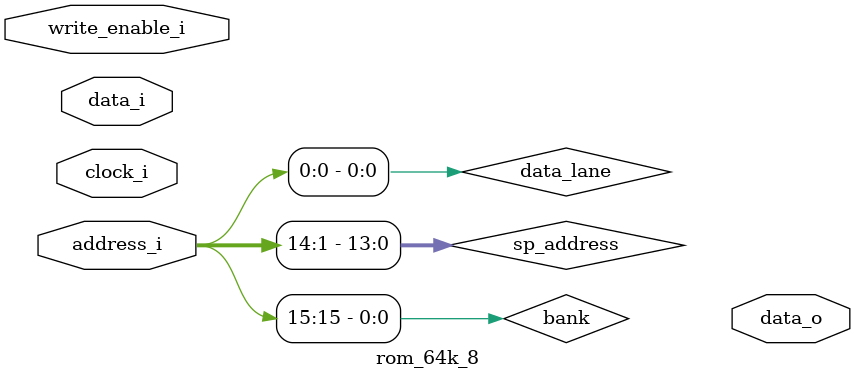
<source format=v>
/* Copyright 2019 Jared Boone <jared@sharebrained.com>. Open-source license to be determined.
 */

`default_nettype none
`timescale 1ns / 100ps

module rom_64k_8(
	input         clock_i,
	input  [15:0] address_i,
	input         write_enable_i,
	input  [ 7:0] data_i,
	output [ 7:0] data_o
);

wire bank = address_i[15];
wire [13:0] sp_address = address_i[14:1];
wire data_lane = address_i[0];

`ifdef SIM
`define SIM_OR_ECP5
`endif

`ifdef ECP5
`define SIM_OR_ECP5
`endif

`ifdef SIM_OR_ECP5
/*
reg [7:0] mem[0:65535];
initial
	$readmemh(HEX_FILE, mem);

reg [7:0] data_o;

always @(posedge clock_i) begin
	data_o <= mem[address_i];
end
*/

reg [15:0] mem[0:32767];
initial
	$readmemh("build/rom.hex", mem);

reg [15:0] mem_o;

always @(posedge clock_i) begin
	mem_o <= mem[{ bank, sp_address }];
end

assign data_o = data_lane ? mem_o[15:8] : mem_o[7:0];

`endif

`ifdef ICE40
wire [15:0] sp_datain = { data_i, data_i };
wire sp_clock = clock_i;
wire sp_wren = write_enable_i;

wire [3:0] sp_maskwren = data_lane ? 4'b1100 : 4'b0011;

wire [1:0] sp_cs = { (bank == 1'b1), (bank == 1'b0) };

wire [15:0] sp_dataout[0:1];
wire [15:0] sp_dataout_bank = bank ? sp_dataout[1] : sp_dataout[0];

// NOTE: Bad nomenclature, apparently POWEROFF=1'b1 is power *on*!

(* keep="true" *)
(* BEL="X25/Y0/spram_3" *)
SB_SPRAM256KA mem_0(
	.DATAIN(sp_datain),
	.ADDRESS(sp_address),
	.MASKWREN(sp_maskwren),
	.WREN(sp_wren),
	.CHIPSELECT(sp_cs[0]),
	.CLOCK(sp_clock),
	.STANDBY(1'b0),
	.SLEEP(1'b0),
	.POWEROFF(1'b1),
	.DATAOUT(sp_dataout[0])
);

(* keep="true" *)
(* BEL="X25/Y0/spram_4" *)
SB_SPRAM256KA mem_1(
	.DATAIN(sp_datain),
	.ADDRESS(sp_address),
	.MASKWREN(sp_maskwren),
	.WREN(sp_wren),
	.CHIPSELECT(sp_cs[1]),
	.CLOCK(sp_clock),
	.STANDBY(1'b0),
	.SLEEP(1'b0),
	.POWEROFF(1'b1),
	.DATAOUT(sp_dataout[1])
);

assign data_o = data_lane ? sp_dataout_bank[15:8] : sp_dataout_bank[7:0];

`endif

endmodule

</source>
